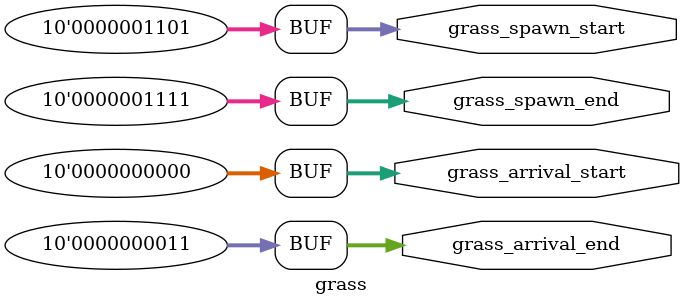
<source format=v>
module grass(
    output reg [9:0] grass_arrival_start,
    output reg [9:0] grass_arrival_end,
    output reg [9:0] grass_spawn_start,
    output reg [9:0] grass_spawn_end
);

initial begin
	grass_arrival_start = 0;
	grass_arrival_end = 3;
    grass_spawn_start = 13;
    grass_spawn_end = 15;
end

endmodule
</source>
